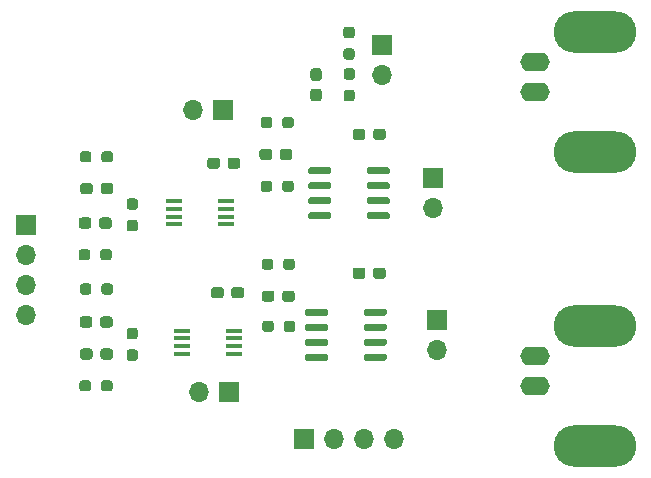
<source format=gbr>
%TF.GenerationSoftware,KiCad,Pcbnew,(5.1.12)-1*%
%TF.CreationDate,2021-12-10T12:11:04+01:00*%
%TF.ProjectId,standalone,7374616e-6461-46c6-9f6e-652e6b696361,rev?*%
%TF.SameCoordinates,Original*%
%TF.FileFunction,Soldermask,Top*%
%TF.FilePolarity,Negative*%
%FSLAX46Y46*%
G04 Gerber Fmt 4.6, Leading zero omitted, Abs format (unit mm)*
G04 Created by KiCad (PCBNEW (5.1.12)-1) date 2021-12-10 12:11:04*
%MOMM*%
%LPD*%
G01*
G04 APERTURE LIST*
%ADD10O,1.700000X1.700000*%
%ADD11R,1.700000X1.700000*%
%ADD12R,1.450000X0.450000*%
%ADD13O,2.500000X1.600000*%
%ADD14O,7.000000X3.500000*%
G04 APERTURE END LIST*
D10*
%TO.C,J7*%
X134820000Y-64100000D03*
X132280000Y-64100000D03*
X129740000Y-64100000D03*
D11*
X127200000Y-64100000D03*
%TD*%
%TO.C,C11*%
G36*
G01*
X121025000Y-51937500D02*
X121025000Y-51462500D01*
G75*
G02*
X121262500Y-51225000I237500J0D01*
G01*
X121862500Y-51225000D01*
G75*
G02*
X122100000Y-51462500I0J-237500D01*
G01*
X122100000Y-51937500D01*
G75*
G02*
X121862500Y-52175000I-237500J0D01*
G01*
X121262500Y-52175000D01*
G75*
G02*
X121025000Y-51937500I0J237500D01*
G01*
G37*
G36*
G01*
X119300000Y-51937500D02*
X119300000Y-51462500D01*
G75*
G02*
X119537500Y-51225000I237500J0D01*
G01*
X120137500Y-51225000D01*
G75*
G02*
X120375000Y-51462500I0J-237500D01*
G01*
X120375000Y-51937500D01*
G75*
G02*
X120137500Y-52175000I-237500J0D01*
G01*
X119537500Y-52175000D01*
G75*
G02*
X119300000Y-51937500I0J237500D01*
G01*
G37*
%TD*%
%TO.C,C10*%
G36*
G01*
X120707800Y-40985700D02*
X120707800Y-40510700D01*
G75*
G02*
X120945300Y-40273200I237500J0D01*
G01*
X121545300Y-40273200D01*
G75*
G02*
X121782800Y-40510700I0J-237500D01*
G01*
X121782800Y-40985700D01*
G75*
G02*
X121545300Y-41223200I-237500J0D01*
G01*
X120945300Y-41223200D01*
G75*
G02*
X120707800Y-40985700I0J237500D01*
G01*
G37*
G36*
G01*
X118982800Y-40985700D02*
X118982800Y-40510700D01*
G75*
G02*
X119220300Y-40273200I237500J0D01*
G01*
X119820300Y-40273200D01*
G75*
G02*
X120057800Y-40510700I0J-237500D01*
G01*
X120057800Y-40985700D01*
G75*
G02*
X119820300Y-41223200I-237500J0D01*
G01*
X119220300Y-41223200D01*
G75*
G02*
X118982800Y-40985700I0J237500D01*
G01*
G37*
%TD*%
%TO.C,C9*%
G36*
G01*
X133025000Y-38537500D02*
X133025000Y-38062500D01*
G75*
G02*
X133262500Y-37825000I237500J0D01*
G01*
X133862500Y-37825000D01*
G75*
G02*
X134100000Y-38062500I0J-237500D01*
G01*
X134100000Y-38537500D01*
G75*
G02*
X133862500Y-38775000I-237500J0D01*
G01*
X133262500Y-38775000D01*
G75*
G02*
X133025000Y-38537500I0J237500D01*
G01*
G37*
G36*
G01*
X131300000Y-38537500D02*
X131300000Y-38062500D01*
G75*
G02*
X131537500Y-37825000I237500J0D01*
G01*
X132137500Y-37825000D01*
G75*
G02*
X132375000Y-38062500I0J-237500D01*
G01*
X132375000Y-38537500D01*
G75*
G02*
X132137500Y-38775000I-237500J0D01*
G01*
X131537500Y-38775000D01*
G75*
G02*
X131300000Y-38537500I0J237500D01*
G01*
G37*
%TD*%
%TO.C,C8*%
G36*
G01*
X133020400Y-50300300D02*
X133020400Y-49825300D01*
G75*
G02*
X133257900Y-49587800I237500J0D01*
G01*
X133857900Y-49587800D01*
G75*
G02*
X134095400Y-49825300I0J-237500D01*
G01*
X134095400Y-50300300D01*
G75*
G02*
X133857900Y-50537800I-237500J0D01*
G01*
X133257900Y-50537800D01*
G75*
G02*
X133020400Y-50300300I0J237500D01*
G01*
G37*
G36*
G01*
X131295400Y-50300300D02*
X131295400Y-49825300D01*
G75*
G02*
X131532900Y-49587800I237500J0D01*
G01*
X132132900Y-49587800D01*
G75*
G02*
X132370400Y-49825300I0J-237500D01*
G01*
X132370400Y-50300300D01*
G75*
G02*
X132132900Y-50537800I-237500J0D01*
G01*
X131532900Y-50537800D01*
G75*
G02*
X131295400Y-50300300I0J237500D01*
G01*
G37*
%TD*%
%TO.C,U4*%
G36*
G01*
X132214200Y-53514800D02*
X132214200Y-53214800D01*
G75*
G02*
X132364200Y-53064800I150000J0D01*
G01*
X134014200Y-53064800D01*
G75*
G02*
X134164200Y-53214800I0J-150000D01*
G01*
X134164200Y-53514800D01*
G75*
G02*
X134014200Y-53664800I-150000J0D01*
G01*
X132364200Y-53664800D01*
G75*
G02*
X132214200Y-53514800I0J150000D01*
G01*
G37*
G36*
G01*
X132214200Y-54784800D02*
X132214200Y-54484800D01*
G75*
G02*
X132364200Y-54334800I150000J0D01*
G01*
X134014200Y-54334800D01*
G75*
G02*
X134164200Y-54484800I0J-150000D01*
G01*
X134164200Y-54784800D01*
G75*
G02*
X134014200Y-54934800I-150000J0D01*
G01*
X132364200Y-54934800D01*
G75*
G02*
X132214200Y-54784800I0J150000D01*
G01*
G37*
G36*
G01*
X132214200Y-56054800D02*
X132214200Y-55754800D01*
G75*
G02*
X132364200Y-55604800I150000J0D01*
G01*
X134014200Y-55604800D01*
G75*
G02*
X134164200Y-55754800I0J-150000D01*
G01*
X134164200Y-56054800D01*
G75*
G02*
X134014200Y-56204800I-150000J0D01*
G01*
X132364200Y-56204800D01*
G75*
G02*
X132214200Y-56054800I0J150000D01*
G01*
G37*
G36*
G01*
X132214200Y-57324800D02*
X132214200Y-57024800D01*
G75*
G02*
X132364200Y-56874800I150000J0D01*
G01*
X134014200Y-56874800D01*
G75*
G02*
X134164200Y-57024800I0J-150000D01*
G01*
X134164200Y-57324800D01*
G75*
G02*
X134014200Y-57474800I-150000J0D01*
G01*
X132364200Y-57474800D01*
G75*
G02*
X132214200Y-57324800I0J150000D01*
G01*
G37*
G36*
G01*
X127264200Y-57324800D02*
X127264200Y-57024800D01*
G75*
G02*
X127414200Y-56874800I150000J0D01*
G01*
X129064200Y-56874800D01*
G75*
G02*
X129214200Y-57024800I0J-150000D01*
G01*
X129214200Y-57324800D01*
G75*
G02*
X129064200Y-57474800I-150000J0D01*
G01*
X127414200Y-57474800D01*
G75*
G02*
X127264200Y-57324800I0J150000D01*
G01*
G37*
G36*
G01*
X127264200Y-56054800D02*
X127264200Y-55754800D01*
G75*
G02*
X127414200Y-55604800I150000J0D01*
G01*
X129064200Y-55604800D01*
G75*
G02*
X129214200Y-55754800I0J-150000D01*
G01*
X129214200Y-56054800D01*
G75*
G02*
X129064200Y-56204800I-150000J0D01*
G01*
X127414200Y-56204800D01*
G75*
G02*
X127264200Y-56054800I0J150000D01*
G01*
G37*
G36*
G01*
X127264200Y-54784800D02*
X127264200Y-54484800D01*
G75*
G02*
X127414200Y-54334800I150000J0D01*
G01*
X129064200Y-54334800D01*
G75*
G02*
X129214200Y-54484800I0J-150000D01*
G01*
X129214200Y-54784800D01*
G75*
G02*
X129064200Y-54934800I-150000J0D01*
G01*
X127414200Y-54934800D01*
G75*
G02*
X127264200Y-54784800I0J150000D01*
G01*
G37*
G36*
G01*
X127264200Y-53514800D02*
X127264200Y-53214800D01*
G75*
G02*
X127414200Y-53064800I150000J0D01*
G01*
X129064200Y-53064800D01*
G75*
G02*
X129214200Y-53214800I0J-150000D01*
G01*
X129214200Y-53514800D01*
G75*
G02*
X129064200Y-53664800I-150000J0D01*
G01*
X127414200Y-53664800D01*
G75*
G02*
X127264200Y-53514800I0J150000D01*
G01*
G37*
%TD*%
%TO.C,U3*%
G36*
G01*
X132493600Y-41526000D02*
X132493600Y-41226000D01*
G75*
G02*
X132643600Y-41076000I150000J0D01*
G01*
X134293600Y-41076000D01*
G75*
G02*
X134443600Y-41226000I0J-150000D01*
G01*
X134443600Y-41526000D01*
G75*
G02*
X134293600Y-41676000I-150000J0D01*
G01*
X132643600Y-41676000D01*
G75*
G02*
X132493600Y-41526000I0J150000D01*
G01*
G37*
G36*
G01*
X132493600Y-42796000D02*
X132493600Y-42496000D01*
G75*
G02*
X132643600Y-42346000I150000J0D01*
G01*
X134293600Y-42346000D01*
G75*
G02*
X134443600Y-42496000I0J-150000D01*
G01*
X134443600Y-42796000D01*
G75*
G02*
X134293600Y-42946000I-150000J0D01*
G01*
X132643600Y-42946000D01*
G75*
G02*
X132493600Y-42796000I0J150000D01*
G01*
G37*
G36*
G01*
X132493600Y-44066000D02*
X132493600Y-43766000D01*
G75*
G02*
X132643600Y-43616000I150000J0D01*
G01*
X134293600Y-43616000D01*
G75*
G02*
X134443600Y-43766000I0J-150000D01*
G01*
X134443600Y-44066000D01*
G75*
G02*
X134293600Y-44216000I-150000J0D01*
G01*
X132643600Y-44216000D01*
G75*
G02*
X132493600Y-44066000I0J150000D01*
G01*
G37*
G36*
G01*
X132493600Y-45336000D02*
X132493600Y-45036000D01*
G75*
G02*
X132643600Y-44886000I150000J0D01*
G01*
X134293600Y-44886000D01*
G75*
G02*
X134443600Y-45036000I0J-150000D01*
G01*
X134443600Y-45336000D01*
G75*
G02*
X134293600Y-45486000I-150000J0D01*
G01*
X132643600Y-45486000D01*
G75*
G02*
X132493600Y-45336000I0J150000D01*
G01*
G37*
G36*
G01*
X127543600Y-45336000D02*
X127543600Y-45036000D01*
G75*
G02*
X127693600Y-44886000I150000J0D01*
G01*
X129343600Y-44886000D01*
G75*
G02*
X129493600Y-45036000I0J-150000D01*
G01*
X129493600Y-45336000D01*
G75*
G02*
X129343600Y-45486000I-150000J0D01*
G01*
X127693600Y-45486000D01*
G75*
G02*
X127543600Y-45336000I0J150000D01*
G01*
G37*
G36*
G01*
X127543600Y-44066000D02*
X127543600Y-43766000D01*
G75*
G02*
X127693600Y-43616000I150000J0D01*
G01*
X129343600Y-43616000D01*
G75*
G02*
X129493600Y-43766000I0J-150000D01*
G01*
X129493600Y-44066000D01*
G75*
G02*
X129343600Y-44216000I-150000J0D01*
G01*
X127693600Y-44216000D01*
G75*
G02*
X127543600Y-44066000I0J150000D01*
G01*
G37*
G36*
G01*
X127543600Y-42796000D02*
X127543600Y-42496000D01*
G75*
G02*
X127693600Y-42346000I150000J0D01*
G01*
X129343600Y-42346000D01*
G75*
G02*
X129493600Y-42496000I0J-150000D01*
G01*
X129493600Y-42796000D01*
G75*
G02*
X129343600Y-42946000I-150000J0D01*
G01*
X127693600Y-42946000D01*
G75*
G02*
X127543600Y-42796000I0J150000D01*
G01*
G37*
G36*
G01*
X127543600Y-41526000D02*
X127543600Y-41226000D01*
G75*
G02*
X127693600Y-41076000I150000J0D01*
G01*
X129343600Y-41076000D01*
G75*
G02*
X129493600Y-41226000I0J-150000D01*
G01*
X129493600Y-41526000D01*
G75*
G02*
X129343600Y-41676000I-150000J0D01*
G01*
X127693600Y-41676000D01*
G75*
G02*
X127543600Y-41526000I0J150000D01*
G01*
G37*
%TD*%
D12*
%TO.C,U2*%
X121230200Y-54929800D03*
X121230200Y-55579800D03*
X121230200Y-56229800D03*
X121230200Y-56879800D03*
X116830200Y-56879800D03*
X116830200Y-56229800D03*
X116830200Y-55579800D03*
X116830200Y-54929800D03*
%TD*%
%TO.C,U1*%
X120576200Y-43964200D03*
X120576200Y-44614200D03*
X120576200Y-45264200D03*
X120576200Y-45914200D03*
X116176200Y-45914200D03*
X116176200Y-45264200D03*
X116176200Y-44614200D03*
X116176200Y-43964200D03*
%TD*%
%TO.C,R12*%
G36*
G01*
X131237500Y-33675000D02*
X130762500Y-33675000D01*
G75*
G02*
X130525000Y-33437500I0J237500D01*
G01*
X130525000Y-32937500D01*
G75*
G02*
X130762500Y-32700000I237500J0D01*
G01*
X131237500Y-32700000D01*
G75*
G02*
X131475000Y-32937500I0J-237500D01*
G01*
X131475000Y-33437500D01*
G75*
G02*
X131237500Y-33675000I-237500J0D01*
G01*
G37*
G36*
G01*
X131237500Y-35500000D02*
X130762500Y-35500000D01*
G75*
G02*
X130525000Y-35262500I0J237500D01*
G01*
X130525000Y-34762500D01*
G75*
G02*
X130762500Y-34525000I237500J0D01*
G01*
X131237500Y-34525000D01*
G75*
G02*
X131475000Y-34762500I0J-237500D01*
G01*
X131475000Y-35262500D01*
G75*
G02*
X131237500Y-35500000I-237500J0D01*
G01*
G37*
%TD*%
%TO.C,R11*%
G36*
G01*
X131227300Y-30161600D02*
X130752300Y-30161600D01*
G75*
G02*
X130514800Y-29924100I0J237500D01*
G01*
X130514800Y-29424100D01*
G75*
G02*
X130752300Y-29186600I237500J0D01*
G01*
X131227300Y-29186600D01*
G75*
G02*
X131464800Y-29424100I0J-237500D01*
G01*
X131464800Y-29924100D01*
G75*
G02*
X131227300Y-30161600I-237500J0D01*
G01*
G37*
G36*
G01*
X131227300Y-31986600D02*
X130752300Y-31986600D01*
G75*
G02*
X130514800Y-31749100I0J237500D01*
G01*
X130514800Y-31249100D01*
G75*
G02*
X130752300Y-31011600I237500J0D01*
G01*
X131227300Y-31011600D01*
G75*
G02*
X131464800Y-31249100I0J-237500D01*
G01*
X131464800Y-31749100D01*
G75*
G02*
X131227300Y-31986600I-237500J0D01*
G01*
G37*
%TD*%
%TO.C,R10*%
G36*
G01*
X124575000Y-49062500D02*
X124575000Y-49537500D01*
G75*
G02*
X124337500Y-49775000I-237500J0D01*
G01*
X123837500Y-49775000D01*
G75*
G02*
X123600000Y-49537500I0J237500D01*
G01*
X123600000Y-49062500D01*
G75*
G02*
X123837500Y-48825000I237500J0D01*
G01*
X124337500Y-48825000D01*
G75*
G02*
X124575000Y-49062500I0J-237500D01*
G01*
G37*
G36*
G01*
X126400000Y-49062500D02*
X126400000Y-49537500D01*
G75*
G02*
X126162500Y-49775000I-237500J0D01*
G01*
X125662500Y-49775000D01*
G75*
G02*
X125425000Y-49537500I0J237500D01*
G01*
X125425000Y-49062500D01*
G75*
G02*
X125662500Y-48825000I237500J0D01*
G01*
X126162500Y-48825000D01*
G75*
G02*
X126400000Y-49062500I0J-237500D01*
G01*
G37*
%TD*%
%TO.C,R9*%
G36*
G01*
X124475000Y-37062500D02*
X124475000Y-37537500D01*
G75*
G02*
X124237500Y-37775000I-237500J0D01*
G01*
X123737500Y-37775000D01*
G75*
G02*
X123500000Y-37537500I0J237500D01*
G01*
X123500000Y-37062500D01*
G75*
G02*
X123737500Y-36825000I237500J0D01*
G01*
X124237500Y-36825000D01*
G75*
G02*
X124475000Y-37062500I0J-237500D01*
G01*
G37*
G36*
G01*
X126300000Y-37062500D02*
X126300000Y-37537500D01*
G75*
G02*
X126062500Y-37775000I-237500J0D01*
G01*
X125562500Y-37775000D01*
G75*
G02*
X125325000Y-37537500I0J237500D01*
G01*
X125325000Y-37062500D01*
G75*
G02*
X125562500Y-36825000I237500J0D01*
G01*
X126062500Y-36825000D01*
G75*
G02*
X126300000Y-37062500I0J-237500D01*
G01*
G37*
%TD*%
%TO.C,R8*%
G36*
G01*
X124617000Y-54325700D02*
X124617000Y-54800700D01*
G75*
G02*
X124379500Y-55038200I-237500J0D01*
G01*
X123879500Y-55038200D01*
G75*
G02*
X123642000Y-54800700I0J237500D01*
G01*
X123642000Y-54325700D01*
G75*
G02*
X123879500Y-54088200I237500J0D01*
G01*
X124379500Y-54088200D01*
G75*
G02*
X124617000Y-54325700I0J-237500D01*
G01*
G37*
G36*
G01*
X126442000Y-54325700D02*
X126442000Y-54800700D01*
G75*
G02*
X126204500Y-55038200I-237500J0D01*
G01*
X125704500Y-55038200D01*
G75*
G02*
X125467000Y-54800700I0J237500D01*
G01*
X125467000Y-54325700D01*
G75*
G02*
X125704500Y-54088200I237500J0D01*
G01*
X126204500Y-54088200D01*
G75*
G02*
X126442000Y-54325700I0J-237500D01*
G01*
G37*
%TD*%
%TO.C,R7*%
G36*
G01*
X124475000Y-42462500D02*
X124475000Y-42937500D01*
G75*
G02*
X124237500Y-43175000I-237500J0D01*
G01*
X123737500Y-43175000D01*
G75*
G02*
X123500000Y-42937500I0J237500D01*
G01*
X123500000Y-42462500D01*
G75*
G02*
X123737500Y-42225000I237500J0D01*
G01*
X124237500Y-42225000D01*
G75*
G02*
X124475000Y-42462500I0J-237500D01*
G01*
G37*
G36*
G01*
X126300000Y-42462500D02*
X126300000Y-42937500D01*
G75*
G02*
X126062500Y-43175000I-237500J0D01*
G01*
X125562500Y-43175000D01*
G75*
G02*
X125325000Y-42937500I0J237500D01*
G01*
X125325000Y-42462500D01*
G75*
G02*
X125562500Y-42225000I237500J0D01*
G01*
X126062500Y-42225000D01*
G75*
G02*
X126300000Y-42462500I0J-237500D01*
G01*
G37*
%TD*%
%TO.C,R6*%
G36*
G01*
X112391900Y-56507600D02*
X112866900Y-56507600D01*
G75*
G02*
X113104400Y-56745100I0J-237500D01*
G01*
X113104400Y-57245100D01*
G75*
G02*
X112866900Y-57482600I-237500J0D01*
G01*
X112391900Y-57482600D01*
G75*
G02*
X112154400Y-57245100I0J237500D01*
G01*
X112154400Y-56745100D01*
G75*
G02*
X112391900Y-56507600I237500J0D01*
G01*
G37*
G36*
G01*
X112391900Y-54682600D02*
X112866900Y-54682600D01*
G75*
G02*
X113104400Y-54920100I0J-237500D01*
G01*
X113104400Y-55420100D01*
G75*
G02*
X112866900Y-55657600I-237500J0D01*
G01*
X112391900Y-55657600D01*
G75*
G02*
X112154400Y-55420100I0J237500D01*
G01*
X112154400Y-54920100D01*
G75*
G02*
X112391900Y-54682600I237500J0D01*
G01*
G37*
%TD*%
%TO.C,R5*%
G36*
G01*
X112398300Y-45542000D02*
X112873300Y-45542000D01*
G75*
G02*
X113110800Y-45779500I0J-237500D01*
G01*
X113110800Y-46279500D01*
G75*
G02*
X112873300Y-46517000I-237500J0D01*
G01*
X112398300Y-46517000D01*
G75*
G02*
X112160800Y-46279500I0J237500D01*
G01*
X112160800Y-45779500D01*
G75*
G02*
X112398300Y-45542000I237500J0D01*
G01*
G37*
G36*
G01*
X112398300Y-43717000D02*
X112873300Y-43717000D01*
G75*
G02*
X113110800Y-43954500I0J-237500D01*
G01*
X113110800Y-44454500D01*
G75*
G02*
X112873300Y-44692000I-237500J0D01*
G01*
X112398300Y-44692000D01*
G75*
G02*
X112160800Y-44454500I0J237500D01*
G01*
X112160800Y-43954500D01*
G75*
G02*
X112398300Y-43717000I237500J0D01*
G01*
G37*
%TD*%
%TO.C,R4*%
G36*
G01*
X109138800Y-59350900D02*
X109138800Y-59825900D01*
G75*
G02*
X108901300Y-60063400I-237500J0D01*
G01*
X108401300Y-60063400D01*
G75*
G02*
X108163800Y-59825900I0J237500D01*
G01*
X108163800Y-59350900D01*
G75*
G02*
X108401300Y-59113400I237500J0D01*
G01*
X108901300Y-59113400D01*
G75*
G02*
X109138800Y-59350900I0J-237500D01*
G01*
G37*
G36*
G01*
X110963800Y-59350900D02*
X110963800Y-59825900D01*
G75*
G02*
X110726300Y-60063400I-237500J0D01*
G01*
X110226300Y-60063400D01*
G75*
G02*
X109988800Y-59825900I0J237500D01*
G01*
X109988800Y-59350900D01*
G75*
G02*
X110226300Y-59113400I237500J0D01*
G01*
X110726300Y-59113400D01*
G75*
G02*
X110963800Y-59350900I0J-237500D01*
G01*
G37*
%TD*%
%TO.C,R3*%
G36*
G01*
X109075000Y-48262500D02*
X109075000Y-48737500D01*
G75*
G02*
X108837500Y-48975000I-237500J0D01*
G01*
X108337500Y-48975000D01*
G75*
G02*
X108100000Y-48737500I0J237500D01*
G01*
X108100000Y-48262500D01*
G75*
G02*
X108337500Y-48025000I237500J0D01*
G01*
X108837500Y-48025000D01*
G75*
G02*
X109075000Y-48262500I0J-237500D01*
G01*
G37*
G36*
G01*
X110900000Y-48262500D02*
X110900000Y-48737500D01*
G75*
G02*
X110662500Y-48975000I-237500J0D01*
G01*
X110162500Y-48975000D01*
G75*
G02*
X109925000Y-48737500I0J237500D01*
G01*
X109925000Y-48262500D01*
G75*
G02*
X110162500Y-48025000I237500J0D01*
G01*
X110662500Y-48025000D01*
G75*
G02*
X110900000Y-48262500I0J-237500D01*
G01*
G37*
%TD*%
%TO.C,R2*%
G36*
G01*
X109175000Y-51162500D02*
X109175000Y-51637500D01*
G75*
G02*
X108937500Y-51875000I-237500J0D01*
G01*
X108437500Y-51875000D01*
G75*
G02*
X108200000Y-51637500I0J237500D01*
G01*
X108200000Y-51162500D01*
G75*
G02*
X108437500Y-50925000I237500J0D01*
G01*
X108937500Y-50925000D01*
G75*
G02*
X109175000Y-51162500I0J-237500D01*
G01*
G37*
G36*
G01*
X111000000Y-51162500D02*
X111000000Y-51637500D01*
G75*
G02*
X110762500Y-51875000I-237500J0D01*
G01*
X110262500Y-51875000D01*
G75*
G02*
X110025000Y-51637500I0J237500D01*
G01*
X110025000Y-51162500D01*
G75*
G02*
X110262500Y-50925000I237500J0D01*
G01*
X110762500Y-50925000D01*
G75*
G02*
X111000000Y-51162500I0J-237500D01*
G01*
G37*
%TD*%
%TO.C,R1*%
G36*
G01*
X109175000Y-39962500D02*
X109175000Y-40437500D01*
G75*
G02*
X108937500Y-40675000I-237500J0D01*
G01*
X108437500Y-40675000D01*
G75*
G02*
X108200000Y-40437500I0J237500D01*
G01*
X108200000Y-39962500D01*
G75*
G02*
X108437500Y-39725000I237500J0D01*
G01*
X108937500Y-39725000D01*
G75*
G02*
X109175000Y-39962500I0J-237500D01*
G01*
G37*
G36*
G01*
X111000000Y-39962500D02*
X111000000Y-40437500D01*
G75*
G02*
X110762500Y-40675000I-237500J0D01*
G01*
X110262500Y-40675000D01*
G75*
G02*
X110025000Y-40437500I0J237500D01*
G01*
X110025000Y-39962500D01*
G75*
G02*
X110262500Y-39725000I237500J0D01*
G01*
X110762500Y-39725000D01*
G75*
G02*
X111000000Y-39962500I0J-237500D01*
G01*
G37*
%TD*%
D10*
%TO.C,J9*%
X138100000Y-44540000D03*
D11*
X138100000Y-42000000D03*
%TD*%
D10*
%TO.C,J8*%
X138400000Y-56540000D03*
D11*
X138400000Y-54000000D03*
%TD*%
D13*
%TO.C,J6*%
X146700000Y-57060000D03*
X146700000Y-59600000D03*
D14*
X151780000Y-64680000D03*
X151780000Y-54520000D03*
%TD*%
D13*
%TO.C,J5*%
X146700000Y-32160000D03*
X146700000Y-34700000D03*
D14*
X151780000Y-39780000D03*
X151780000Y-29620000D03*
%TD*%
D10*
%TO.C,J4*%
X118260000Y-60100000D03*
D11*
X120800000Y-60100000D03*
%TD*%
D10*
%TO.C,J3*%
X117760000Y-36200000D03*
D11*
X120300000Y-36200000D03*
%TD*%
D10*
%TO.C,J2*%
X133800000Y-33240000D03*
D11*
X133800000Y-30700000D03*
%TD*%
D10*
%TO.C,J1*%
X103600000Y-53620000D03*
X103600000Y-51080000D03*
X103600000Y-48540000D03*
D11*
X103600000Y-46000000D03*
%TD*%
%TO.C,C7*%
G36*
G01*
X128437500Y-33775000D02*
X127962500Y-33775000D01*
G75*
G02*
X127725000Y-33537500I0J237500D01*
G01*
X127725000Y-32937500D01*
G75*
G02*
X127962500Y-32700000I237500J0D01*
G01*
X128437500Y-32700000D01*
G75*
G02*
X128675000Y-32937500I0J-237500D01*
G01*
X128675000Y-33537500D01*
G75*
G02*
X128437500Y-33775000I-237500J0D01*
G01*
G37*
G36*
G01*
X128437500Y-35500000D02*
X127962500Y-35500000D01*
G75*
G02*
X127725000Y-35262500I0J237500D01*
G01*
X127725000Y-34662500D01*
G75*
G02*
X127962500Y-34425000I237500J0D01*
G01*
X128437500Y-34425000D01*
G75*
G02*
X128675000Y-34662500I0J-237500D01*
G01*
X128675000Y-35262500D01*
G75*
G02*
X128437500Y-35500000I-237500J0D01*
G01*
G37*
%TD*%
%TO.C,C6*%
G36*
G01*
X124675000Y-51762500D02*
X124675000Y-52237500D01*
G75*
G02*
X124437500Y-52475000I-237500J0D01*
G01*
X123837500Y-52475000D01*
G75*
G02*
X123600000Y-52237500I0J237500D01*
G01*
X123600000Y-51762500D01*
G75*
G02*
X123837500Y-51525000I237500J0D01*
G01*
X124437500Y-51525000D01*
G75*
G02*
X124675000Y-51762500I0J-237500D01*
G01*
G37*
G36*
G01*
X126400000Y-51762500D02*
X126400000Y-52237500D01*
G75*
G02*
X126162500Y-52475000I-237500J0D01*
G01*
X125562500Y-52475000D01*
G75*
G02*
X125325000Y-52237500I0J237500D01*
G01*
X125325000Y-51762500D01*
G75*
G02*
X125562500Y-51525000I237500J0D01*
G01*
X126162500Y-51525000D01*
G75*
G02*
X126400000Y-51762500I0J-237500D01*
G01*
G37*
%TD*%
%TO.C,C5*%
G36*
G01*
X124475000Y-39762500D02*
X124475000Y-40237500D01*
G75*
G02*
X124237500Y-40475000I-237500J0D01*
G01*
X123637500Y-40475000D01*
G75*
G02*
X123400000Y-40237500I0J237500D01*
G01*
X123400000Y-39762500D01*
G75*
G02*
X123637500Y-39525000I237500J0D01*
G01*
X124237500Y-39525000D01*
G75*
G02*
X124475000Y-39762500I0J-237500D01*
G01*
G37*
G36*
G01*
X126200000Y-39762500D02*
X126200000Y-40237500D01*
G75*
G02*
X125962500Y-40475000I-237500J0D01*
G01*
X125362500Y-40475000D01*
G75*
G02*
X125125000Y-40237500I0J237500D01*
G01*
X125125000Y-39762500D01*
G75*
G02*
X125362500Y-39525000I237500J0D01*
G01*
X125962500Y-39525000D01*
G75*
G02*
X126200000Y-39762500I0J-237500D01*
G01*
G37*
%TD*%
%TO.C,C4*%
G36*
G01*
X109275000Y-56662500D02*
X109275000Y-57137500D01*
G75*
G02*
X109037500Y-57375000I-237500J0D01*
G01*
X108437500Y-57375000D01*
G75*
G02*
X108200000Y-57137500I0J237500D01*
G01*
X108200000Y-56662500D01*
G75*
G02*
X108437500Y-56425000I237500J0D01*
G01*
X109037500Y-56425000D01*
G75*
G02*
X109275000Y-56662500I0J-237500D01*
G01*
G37*
G36*
G01*
X111000000Y-56662500D02*
X111000000Y-57137500D01*
G75*
G02*
X110762500Y-57375000I-237500J0D01*
G01*
X110162500Y-57375000D01*
G75*
G02*
X109925000Y-57137500I0J237500D01*
G01*
X109925000Y-56662500D01*
G75*
G02*
X110162500Y-56425000I237500J0D01*
G01*
X110762500Y-56425000D01*
G75*
G02*
X111000000Y-56662500I0J-237500D01*
G01*
G37*
%TD*%
%TO.C,C3*%
G36*
G01*
X109260600Y-53954900D02*
X109260600Y-54429900D01*
G75*
G02*
X109023100Y-54667400I-237500J0D01*
G01*
X108423100Y-54667400D01*
G75*
G02*
X108185600Y-54429900I0J237500D01*
G01*
X108185600Y-53954900D01*
G75*
G02*
X108423100Y-53717400I237500J0D01*
G01*
X109023100Y-53717400D01*
G75*
G02*
X109260600Y-53954900I0J-237500D01*
G01*
G37*
G36*
G01*
X110985600Y-53954900D02*
X110985600Y-54429900D01*
G75*
G02*
X110748100Y-54667400I-237500J0D01*
G01*
X110148100Y-54667400D01*
G75*
G02*
X109910600Y-54429900I0J237500D01*
G01*
X109910600Y-53954900D01*
G75*
G02*
X110148100Y-53717400I237500J0D01*
G01*
X110748100Y-53717400D01*
G75*
G02*
X110985600Y-53954900I0J-237500D01*
G01*
G37*
%TD*%
%TO.C,C2*%
G36*
G01*
X109179400Y-45575100D02*
X109179400Y-46050100D01*
G75*
G02*
X108941900Y-46287600I-237500J0D01*
G01*
X108341900Y-46287600D01*
G75*
G02*
X108104400Y-46050100I0J237500D01*
G01*
X108104400Y-45575100D01*
G75*
G02*
X108341900Y-45337600I237500J0D01*
G01*
X108941900Y-45337600D01*
G75*
G02*
X109179400Y-45575100I0J-237500D01*
G01*
G37*
G36*
G01*
X110904400Y-45575100D02*
X110904400Y-46050100D01*
G75*
G02*
X110666900Y-46287600I-237500J0D01*
G01*
X110066900Y-46287600D01*
G75*
G02*
X109829400Y-46050100I0J237500D01*
G01*
X109829400Y-45575100D01*
G75*
G02*
X110066900Y-45337600I237500J0D01*
G01*
X110666900Y-45337600D01*
G75*
G02*
X110904400Y-45575100I0J-237500D01*
G01*
G37*
%TD*%
%TO.C,C1*%
G36*
G01*
X109303200Y-42649100D02*
X109303200Y-43124100D01*
G75*
G02*
X109065700Y-43361600I-237500J0D01*
G01*
X108465700Y-43361600D01*
G75*
G02*
X108228200Y-43124100I0J237500D01*
G01*
X108228200Y-42649100D01*
G75*
G02*
X108465700Y-42411600I237500J0D01*
G01*
X109065700Y-42411600D01*
G75*
G02*
X109303200Y-42649100I0J-237500D01*
G01*
G37*
G36*
G01*
X111028200Y-42649100D02*
X111028200Y-43124100D01*
G75*
G02*
X110790700Y-43361600I-237500J0D01*
G01*
X110190700Y-43361600D01*
G75*
G02*
X109953200Y-43124100I0J237500D01*
G01*
X109953200Y-42649100D01*
G75*
G02*
X110190700Y-42411600I237500J0D01*
G01*
X110790700Y-42411600D01*
G75*
G02*
X111028200Y-42649100I0J-237500D01*
G01*
G37*
%TD*%
M02*

</source>
